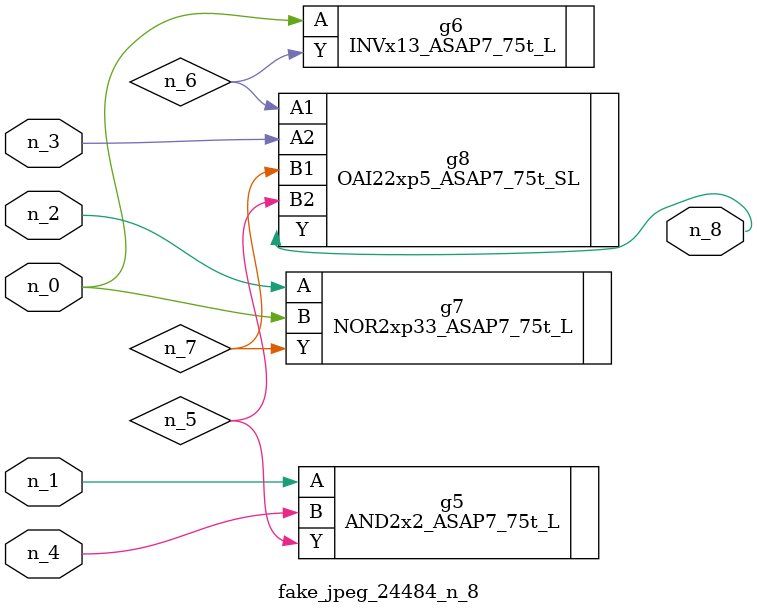
<source format=v>
module fake_jpeg_24484_n_8 (n_3, n_2, n_1, n_0, n_4, n_8);

input n_3;
input n_2;
input n_1;
input n_0;
input n_4;

output n_8;

wire n_6;
wire n_5;
wire n_7;

AND2x2_ASAP7_75t_L g5 ( 
.A(n_1),
.B(n_4),
.Y(n_5)
);

INVx13_ASAP7_75t_L g6 ( 
.A(n_0),
.Y(n_6)
);

NOR2xp33_ASAP7_75t_L g7 ( 
.A(n_2),
.B(n_0),
.Y(n_7)
);

OAI22xp5_ASAP7_75t_SL g8 ( 
.A1(n_6),
.A2(n_3),
.B1(n_7),
.B2(n_5),
.Y(n_8)
);


endmodule
</source>
